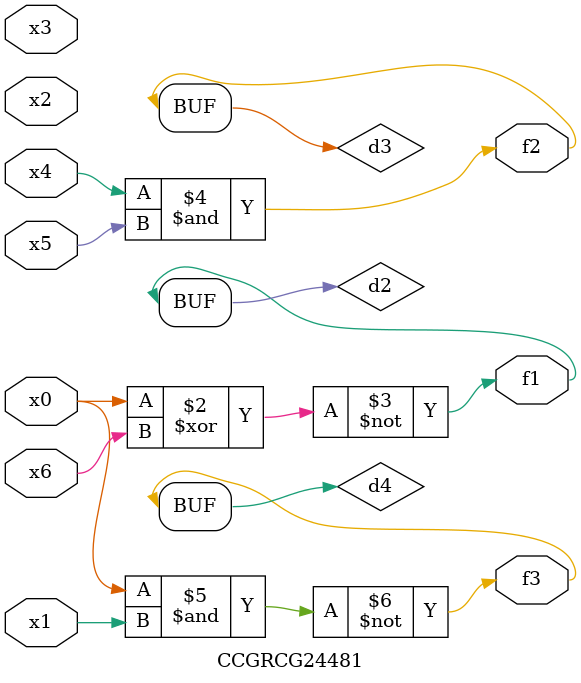
<source format=v>
module CCGRCG24481(
	input x0, x1, x2, x3, x4, x5, x6,
	output f1, f2, f3
);

	wire d1, d2, d3, d4;

	nor (d1, x0);
	xnor (d2, x0, x6);
	and (d3, x4, x5);
	nand (d4, x0, x1);
	assign f1 = d2;
	assign f2 = d3;
	assign f3 = d4;
endmodule

</source>
